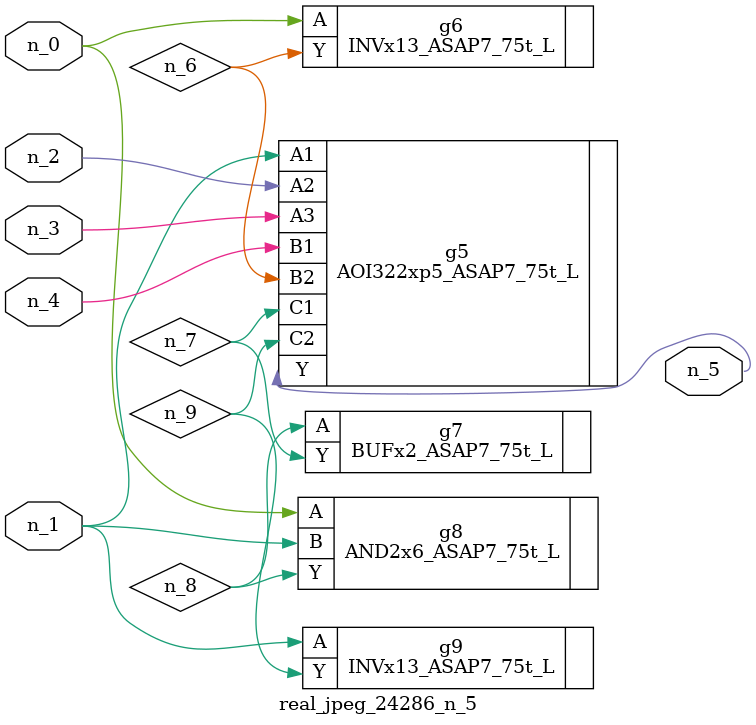
<source format=v>
module real_jpeg_24286_n_5 (n_4, n_0, n_1, n_2, n_3, n_5);

input n_4;
input n_0;
input n_1;
input n_2;
input n_3;

output n_5;

wire n_8;
wire n_6;
wire n_7;
wire n_9;

INVx13_ASAP7_75t_L g6 ( 
.A(n_0),
.Y(n_6)
);

AND2x6_ASAP7_75t_L g8 ( 
.A(n_0),
.B(n_1),
.Y(n_8)
);

AOI322xp5_ASAP7_75t_L g5 ( 
.A1(n_1),
.A2(n_2),
.A3(n_3),
.B1(n_4),
.B2(n_6),
.C1(n_7),
.C2(n_9),
.Y(n_5)
);

INVx13_ASAP7_75t_L g9 ( 
.A(n_1),
.Y(n_9)
);

BUFx2_ASAP7_75t_L g7 ( 
.A(n_8),
.Y(n_7)
);


endmodule
</source>
